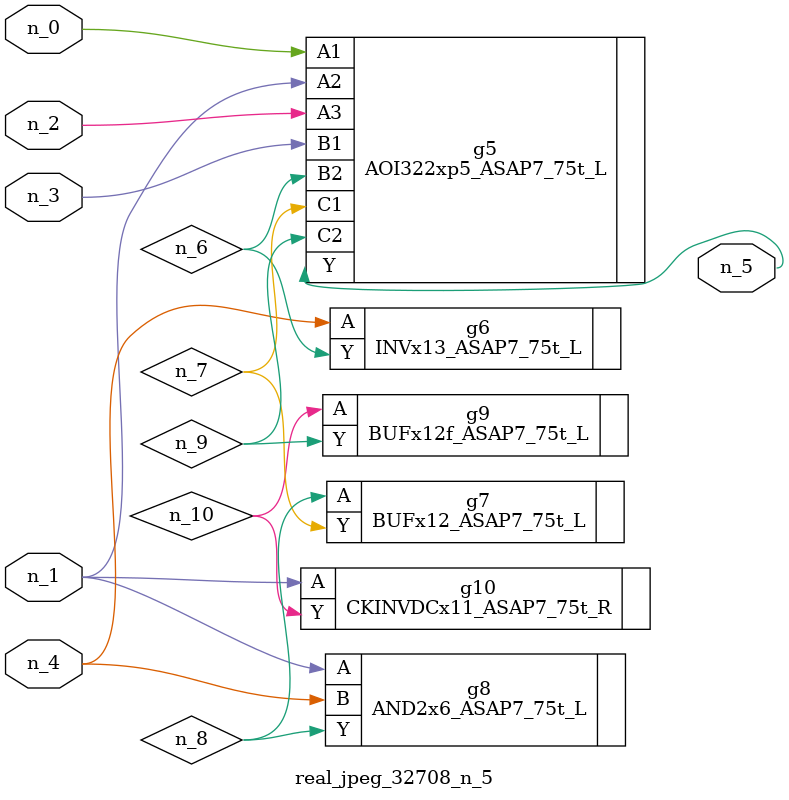
<source format=v>
module real_jpeg_32708_n_5 (n_4, n_0, n_1, n_2, n_3, n_5);

input n_4;
input n_0;
input n_1;
input n_2;
input n_3;

output n_5;

wire n_8;
wire n_6;
wire n_7;
wire n_10;
wire n_9;

AOI322xp5_ASAP7_75t_L g5 ( 
.A1(n_0),
.A2(n_1),
.A3(n_2),
.B1(n_3),
.B2(n_6),
.C1(n_7),
.C2(n_9),
.Y(n_5)
);

AND2x6_ASAP7_75t_L g8 ( 
.A(n_1),
.B(n_4),
.Y(n_8)
);

CKINVDCx11_ASAP7_75t_R g10 ( 
.A(n_1),
.Y(n_10)
);

INVx13_ASAP7_75t_L g6 ( 
.A(n_4),
.Y(n_6)
);

BUFx12_ASAP7_75t_L g7 ( 
.A(n_8),
.Y(n_7)
);

BUFx12f_ASAP7_75t_L g9 ( 
.A(n_10),
.Y(n_9)
);


endmodule
</source>
